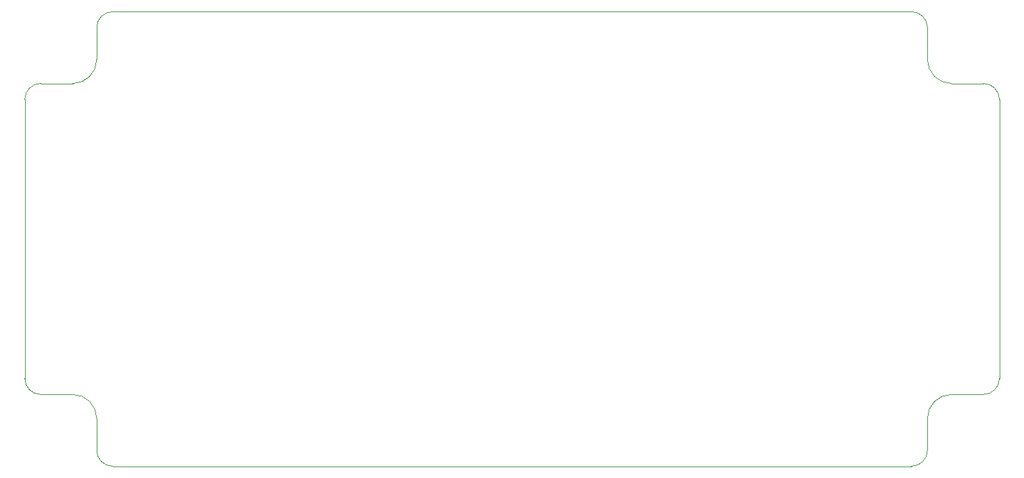
<source format=gbr>
%TF.GenerationSoftware,KiCad,Pcbnew,(7.0.0)*%
%TF.CreationDate,2023-04-06T13:54:25+09:00*%
%TF.ProjectId,Artnet_pixel_controller_Teensy-hardware,4172746e-6574-45f7-9069-78656c5f636f,rev?*%
%TF.SameCoordinates,Original*%
%TF.FileFunction,Profile,NP*%
%FSLAX46Y46*%
G04 Gerber Fmt 4.6, Leading zero omitted, Abs format (unit mm)*
G04 Created by KiCad (PCBNEW (7.0.0)) date 2023-04-06 13:54:25*
%MOMM*%
%LPD*%
G01*
G04 APERTURE LIST*
%TA.AperFunction,Profile*%
%ADD10C,0.100000*%
%TD*%
G04 APERTURE END LIST*
D10*
X99000000Y-138000000D02*
G75*
G03*
X101000000Y-140000000I2000000J0D01*
G01*
X90000000Y-129000000D02*
G75*
G03*
X92000000Y-131000000I2000000J0D01*
G01*
X92000000Y-92000000D02*
G75*
G03*
X90000000Y-94000000I0J-2000000D01*
G01*
X101000000Y-83000000D02*
G75*
G03*
X99000000Y-85000000I0J-2000000D01*
G01*
X203000000Y-85000000D02*
G75*
G03*
X201000000Y-83000000I-2000000J0D01*
G01*
X212000000Y-94000000D02*
G75*
G03*
X210000000Y-92000000I-2000000J0D01*
G01*
X201000000Y-140000000D02*
G75*
G03*
X203000000Y-138000000I0J2000000D01*
G01*
X210000000Y-131000000D02*
G75*
G03*
X212000000Y-129000000I0J2000000D01*
G01*
X203000000Y-89000000D02*
G75*
G03*
X206000000Y-92000000I3000000J0D01*
G01*
X203000000Y-85000000D02*
X203000000Y-89000000D01*
X90000000Y-94000000D02*
X90000000Y-129000000D01*
X96000000Y-131000000D02*
X92000000Y-131000000D01*
X206000000Y-92000000D02*
X210000000Y-92000000D01*
X201000000Y-83000000D02*
X101000000Y-83000000D01*
X96000000Y-92000000D02*
G75*
G03*
X99000000Y-89000000I0J3000000D01*
G01*
X99000000Y-89000000D02*
X99000000Y-85000000D01*
X92000000Y-92000000D02*
X96000000Y-92000000D01*
X99000000Y-138000000D02*
X99000000Y-134000000D01*
X203000000Y-134000000D02*
X203000000Y-138000000D01*
X99000000Y-134000000D02*
G75*
G03*
X96000000Y-131000000I-3000000J0D01*
G01*
X212000000Y-129000000D02*
X212000000Y-94000000D01*
X101000000Y-140000000D02*
X201000000Y-140000000D01*
X210000000Y-131000000D02*
X206000000Y-131000000D01*
X206000000Y-131000000D02*
G75*
G03*
X203000000Y-134000000I0J-3000000D01*
G01*
M02*

</source>
